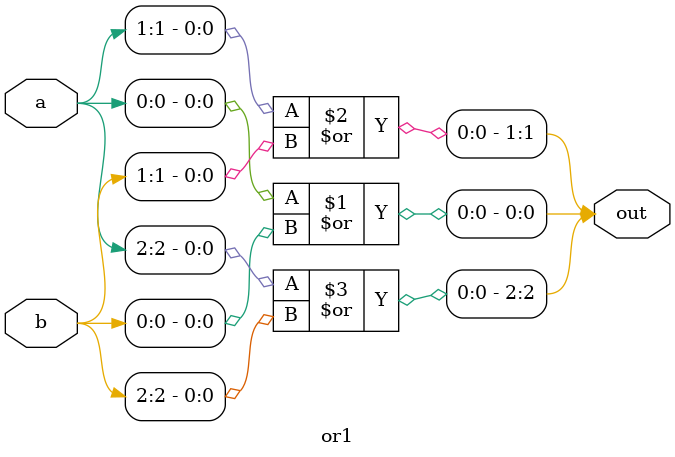
<source format=v>
module or1 (
  input [2:0] a,
  input [2:0] b,
  output [2:0] out
);

  assign out = {(a[2] | b[2]), (a[1] | b[1]), (a[0] | b[0])};

endmodule
</source>
